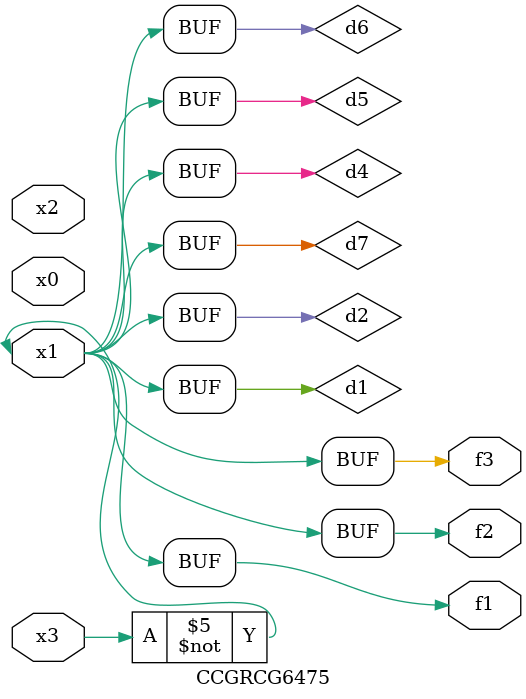
<source format=v>
module CCGRCG6475(
	input x0, x1, x2, x3,
	output f1, f2, f3
);

	wire d1, d2, d3, d4, d5, d6, d7;

	not (d1, x3);
	buf (d2, x1);
	xnor (d3, d1, d2);
	nor (d4, d1);
	buf (d5, d1, d2);
	buf (d6, d4, d5);
	nand (d7, d4);
	assign f1 = d6;
	assign f2 = d7;
	assign f3 = d6;
endmodule

</source>
